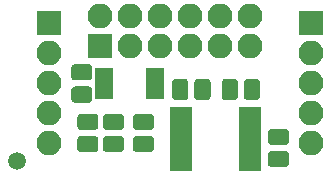
<source format=gbr>
G04 #@! TF.GenerationSoftware,KiCad,Pcbnew,5.0.0*
G04 #@! TF.CreationDate,2018-11-11T13:40:21-05:00*
G04 #@! TF.ProjectId,Pi-I2C-Level-Shifter,50692D4932432D4C6576656C2D536869,rev?*
G04 #@! TF.SameCoordinates,Original*
G04 #@! TF.FileFunction,Soldermask,Top*
G04 #@! TF.FilePolarity,Negative*
%FSLAX46Y46*%
G04 Gerber Fmt 4.6, Leading zero omitted, Abs format (unit mm)*
G04 Created by KiCad (PCBNEW 5.0.0) date Sun Nov 11 13:40:21 2018*
%MOMM*%
%LPD*%
G01*
G04 APERTURE LIST*
%ADD10R,2.100000X2.100000*%
%ADD11O,2.100000X2.100000*%
%ADD12R,1.900000X0.850000*%
%ADD13C,0.100000*%
%ADD14C,1.375000*%
%ADD15R,1.500000X0.800000*%
%ADD16C,1.500000*%
G04 APERTURE END LIST*
D10*
G04 #@! TO.C,J2*
X187198000Y-83185000D03*
D11*
X187198000Y-80645000D03*
X189738000Y-83185000D03*
X189738000Y-80645000D03*
X192278000Y-83185000D03*
X192278000Y-80645000D03*
X194818000Y-83185000D03*
X194818000Y-80645000D03*
X197358000Y-83185000D03*
X197358000Y-80645000D03*
X199898000Y-83185000D03*
X199898000Y-80645000D03*
G04 #@! TD*
D12*
G04 #@! TO.C,U2*
X194027000Y-88784000D03*
X194027000Y-89434000D03*
X194027000Y-90084000D03*
X194027000Y-90734000D03*
X194027000Y-91384000D03*
X194027000Y-92034000D03*
X194027000Y-92684000D03*
X194027000Y-93334000D03*
X199927000Y-93334000D03*
X199927000Y-92684000D03*
X199927000Y-92034000D03*
X199927000Y-91384000D03*
X199927000Y-90734000D03*
X199927000Y-90084000D03*
X199927000Y-89434000D03*
X199927000Y-88784000D03*
G04 #@! TD*
D13*
G04 #@! TO.C,C3*
G36*
X200450943Y-85969655D02*
X200484312Y-85974605D01*
X200517035Y-85982802D01*
X200548797Y-85994166D01*
X200579293Y-86008590D01*
X200608227Y-86025932D01*
X200635323Y-86046028D01*
X200660318Y-86068682D01*
X200682972Y-86093677D01*
X200703068Y-86120773D01*
X200720410Y-86149707D01*
X200734834Y-86180203D01*
X200746198Y-86211965D01*
X200754395Y-86244688D01*
X200759345Y-86278057D01*
X200761000Y-86311750D01*
X200761000Y-87424250D01*
X200759345Y-87457943D01*
X200754395Y-87491312D01*
X200746198Y-87524035D01*
X200734834Y-87555797D01*
X200720410Y-87586293D01*
X200703068Y-87615227D01*
X200682972Y-87642323D01*
X200660318Y-87667318D01*
X200635323Y-87689972D01*
X200608227Y-87710068D01*
X200579293Y-87727410D01*
X200548797Y-87741834D01*
X200517035Y-87753198D01*
X200484312Y-87761395D01*
X200450943Y-87766345D01*
X200417250Y-87768000D01*
X199729750Y-87768000D01*
X199696057Y-87766345D01*
X199662688Y-87761395D01*
X199629965Y-87753198D01*
X199598203Y-87741834D01*
X199567707Y-87727410D01*
X199538773Y-87710068D01*
X199511677Y-87689972D01*
X199486682Y-87667318D01*
X199464028Y-87642323D01*
X199443932Y-87615227D01*
X199426590Y-87586293D01*
X199412166Y-87555797D01*
X199400802Y-87524035D01*
X199392605Y-87491312D01*
X199387655Y-87457943D01*
X199386000Y-87424250D01*
X199386000Y-86311750D01*
X199387655Y-86278057D01*
X199392605Y-86244688D01*
X199400802Y-86211965D01*
X199412166Y-86180203D01*
X199426590Y-86149707D01*
X199443932Y-86120773D01*
X199464028Y-86093677D01*
X199486682Y-86068682D01*
X199511677Y-86046028D01*
X199538773Y-86025932D01*
X199567707Y-86008590D01*
X199598203Y-85994166D01*
X199629965Y-85982802D01*
X199662688Y-85974605D01*
X199696057Y-85969655D01*
X199729750Y-85968000D01*
X200417250Y-85968000D01*
X200450943Y-85969655D01*
X200450943Y-85969655D01*
G37*
D14*
X200073500Y-86868000D03*
D13*
G36*
X198575943Y-85969655D02*
X198609312Y-85974605D01*
X198642035Y-85982802D01*
X198673797Y-85994166D01*
X198704293Y-86008590D01*
X198733227Y-86025932D01*
X198760323Y-86046028D01*
X198785318Y-86068682D01*
X198807972Y-86093677D01*
X198828068Y-86120773D01*
X198845410Y-86149707D01*
X198859834Y-86180203D01*
X198871198Y-86211965D01*
X198879395Y-86244688D01*
X198884345Y-86278057D01*
X198886000Y-86311750D01*
X198886000Y-87424250D01*
X198884345Y-87457943D01*
X198879395Y-87491312D01*
X198871198Y-87524035D01*
X198859834Y-87555797D01*
X198845410Y-87586293D01*
X198828068Y-87615227D01*
X198807972Y-87642323D01*
X198785318Y-87667318D01*
X198760323Y-87689972D01*
X198733227Y-87710068D01*
X198704293Y-87727410D01*
X198673797Y-87741834D01*
X198642035Y-87753198D01*
X198609312Y-87761395D01*
X198575943Y-87766345D01*
X198542250Y-87768000D01*
X197854750Y-87768000D01*
X197821057Y-87766345D01*
X197787688Y-87761395D01*
X197754965Y-87753198D01*
X197723203Y-87741834D01*
X197692707Y-87727410D01*
X197663773Y-87710068D01*
X197636677Y-87689972D01*
X197611682Y-87667318D01*
X197589028Y-87642323D01*
X197568932Y-87615227D01*
X197551590Y-87586293D01*
X197537166Y-87555797D01*
X197525802Y-87524035D01*
X197517605Y-87491312D01*
X197512655Y-87457943D01*
X197511000Y-87424250D01*
X197511000Y-86311750D01*
X197512655Y-86278057D01*
X197517605Y-86244688D01*
X197525802Y-86211965D01*
X197537166Y-86180203D01*
X197551590Y-86149707D01*
X197568932Y-86120773D01*
X197589028Y-86093677D01*
X197611682Y-86068682D01*
X197636677Y-86046028D01*
X197663773Y-86025932D01*
X197692707Y-86008590D01*
X197723203Y-85994166D01*
X197754965Y-85982802D01*
X197787688Y-85974605D01*
X197821057Y-85969655D01*
X197854750Y-85968000D01*
X198542250Y-85968000D01*
X198575943Y-85969655D01*
X198575943Y-85969655D01*
G37*
D14*
X198198500Y-86868000D03*
G04 #@! TD*
D13*
G04 #@! TO.C,R4*
G36*
X202900943Y-92072655D02*
X202934312Y-92077605D01*
X202967035Y-92085802D01*
X202998797Y-92097166D01*
X203029293Y-92111590D01*
X203058227Y-92128932D01*
X203085323Y-92149028D01*
X203110318Y-92171682D01*
X203132972Y-92196677D01*
X203153068Y-92223773D01*
X203170410Y-92252707D01*
X203184834Y-92283203D01*
X203196198Y-92314965D01*
X203204395Y-92347688D01*
X203209345Y-92381057D01*
X203211000Y-92414750D01*
X203211000Y-93102250D01*
X203209345Y-93135943D01*
X203204395Y-93169312D01*
X203196198Y-93202035D01*
X203184834Y-93233797D01*
X203170410Y-93264293D01*
X203153068Y-93293227D01*
X203132972Y-93320323D01*
X203110318Y-93345318D01*
X203085323Y-93367972D01*
X203058227Y-93388068D01*
X203029293Y-93405410D01*
X202998797Y-93419834D01*
X202967035Y-93431198D01*
X202934312Y-93439395D01*
X202900943Y-93444345D01*
X202867250Y-93446000D01*
X201754750Y-93446000D01*
X201721057Y-93444345D01*
X201687688Y-93439395D01*
X201654965Y-93431198D01*
X201623203Y-93419834D01*
X201592707Y-93405410D01*
X201563773Y-93388068D01*
X201536677Y-93367972D01*
X201511682Y-93345318D01*
X201489028Y-93320323D01*
X201468932Y-93293227D01*
X201451590Y-93264293D01*
X201437166Y-93233797D01*
X201425802Y-93202035D01*
X201417605Y-93169312D01*
X201412655Y-93135943D01*
X201411000Y-93102250D01*
X201411000Y-92414750D01*
X201412655Y-92381057D01*
X201417605Y-92347688D01*
X201425802Y-92314965D01*
X201437166Y-92283203D01*
X201451590Y-92252707D01*
X201468932Y-92223773D01*
X201489028Y-92196677D01*
X201511682Y-92171682D01*
X201536677Y-92149028D01*
X201563773Y-92128932D01*
X201592707Y-92111590D01*
X201623203Y-92097166D01*
X201654965Y-92085802D01*
X201687688Y-92077605D01*
X201721057Y-92072655D01*
X201754750Y-92071000D01*
X202867250Y-92071000D01*
X202900943Y-92072655D01*
X202900943Y-92072655D01*
G37*
D14*
X202311000Y-92758500D03*
D13*
G36*
X202900943Y-90197655D02*
X202934312Y-90202605D01*
X202967035Y-90210802D01*
X202998797Y-90222166D01*
X203029293Y-90236590D01*
X203058227Y-90253932D01*
X203085323Y-90274028D01*
X203110318Y-90296682D01*
X203132972Y-90321677D01*
X203153068Y-90348773D01*
X203170410Y-90377707D01*
X203184834Y-90408203D01*
X203196198Y-90439965D01*
X203204395Y-90472688D01*
X203209345Y-90506057D01*
X203211000Y-90539750D01*
X203211000Y-91227250D01*
X203209345Y-91260943D01*
X203204395Y-91294312D01*
X203196198Y-91327035D01*
X203184834Y-91358797D01*
X203170410Y-91389293D01*
X203153068Y-91418227D01*
X203132972Y-91445323D01*
X203110318Y-91470318D01*
X203085323Y-91492972D01*
X203058227Y-91513068D01*
X203029293Y-91530410D01*
X202998797Y-91544834D01*
X202967035Y-91556198D01*
X202934312Y-91564395D01*
X202900943Y-91569345D01*
X202867250Y-91571000D01*
X201754750Y-91571000D01*
X201721057Y-91569345D01*
X201687688Y-91564395D01*
X201654965Y-91556198D01*
X201623203Y-91544834D01*
X201592707Y-91530410D01*
X201563773Y-91513068D01*
X201536677Y-91492972D01*
X201511682Y-91470318D01*
X201489028Y-91445323D01*
X201468932Y-91418227D01*
X201451590Y-91389293D01*
X201437166Y-91358797D01*
X201425802Y-91327035D01*
X201417605Y-91294312D01*
X201412655Y-91260943D01*
X201411000Y-91227250D01*
X201411000Y-90539750D01*
X201412655Y-90506057D01*
X201417605Y-90472688D01*
X201425802Y-90439965D01*
X201437166Y-90408203D01*
X201451590Y-90377707D01*
X201468932Y-90348773D01*
X201489028Y-90321677D01*
X201511682Y-90296682D01*
X201536677Y-90274028D01*
X201563773Y-90253932D01*
X201592707Y-90236590D01*
X201623203Y-90222166D01*
X201654965Y-90210802D01*
X201687688Y-90202605D01*
X201721057Y-90197655D01*
X201754750Y-90196000D01*
X202867250Y-90196000D01*
X202900943Y-90197655D01*
X202900943Y-90197655D01*
G37*
D14*
X202311000Y-90883500D03*
G04 #@! TD*
D13*
G04 #@! TO.C,C2*
G36*
X194384943Y-85969655D02*
X194418312Y-85974605D01*
X194451035Y-85982802D01*
X194482797Y-85994166D01*
X194513293Y-86008590D01*
X194542227Y-86025932D01*
X194569323Y-86046028D01*
X194594318Y-86068682D01*
X194616972Y-86093677D01*
X194637068Y-86120773D01*
X194654410Y-86149707D01*
X194668834Y-86180203D01*
X194680198Y-86211965D01*
X194688395Y-86244688D01*
X194693345Y-86278057D01*
X194695000Y-86311750D01*
X194695000Y-87424250D01*
X194693345Y-87457943D01*
X194688395Y-87491312D01*
X194680198Y-87524035D01*
X194668834Y-87555797D01*
X194654410Y-87586293D01*
X194637068Y-87615227D01*
X194616972Y-87642323D01*
X194594318Y-87667318D01*
X194569323Y-87689972D01*
X194542227Y-87710068D01*
X194513293Y-87727410D01*
X194482797Y-87741834D01*
X194451035Y-87753198D01*
X194418312Y-87761395D01*
X194384943Y-87766345D01*
X194351250Y-87768000D01*
X193663750Y-87768000D01*
X193630057Y-87766345D01*
X193596688Y-87761395D01*
X193563965Y-87753198D01*
X193532203Y-87741834D01*
X193501707Y-87727410D01*
X193472773Y-87710068D01*
X193445677Y-87689972D01*
X193420682Y-87667318D01*
X193398028Y-87642323D01*
X193377932Y-87615227D01*
X193360590Y-87586293D01*
X193346166Y-87555797D01*
X193334802Y-87524035D01*
X193326605Y-87491312D01*
X193321655Y-87457943D01*
X193320000Y-87424250D01*
X193320000Y-86311750D01*
X193321655Y-86278057D01*
X193326605Y-86244688D01*
X193334802Y-86211965D01*
X193346166Y-86180203D01*
X193360590Y-86149707D01*
X193377932Y-86120773D01*
X193398028Y-86093677D01*
X193420682Y-86068682D01*
X193445677Y-86046028D01*
X193472773Y-86025932D01*
X193501707Y-86008590D01*
X193532203Y-85994166D01*
X193563965Y-85982802D01*
X193596688Y-85974605D01*
X193630057Y-85969655D01*
X193663750Y-85968000D01*
X194351250Y-85968000D01*
X194384943Y-85969655D01*
X194384943Y-85969655D01*
G37*
D14*
X194007500Y-86868000D03*
D13*
G36*
X196259943Y-85969655D02*
X196293312Y-85974605D01*
X196326035Y-85982802D01*
X196357797Y-85994166D01*
X196388293Y-86008590D01*
X196417227Y-86025932D01*
X196444323Y-86046028D01*
X196469318Y-86068682D01*
X196491972Y-86093677D01*
X196512068Y-86120773D01*
X196529410Y-86149707D01*
X196543834Y-86180203D01*
X196555198Y-86211965D01*
X196563395Y-86244688D01*
X196568345Y-86278057D01*
X196570000Y-86311750D01*
X196570000Y-87424250D01*
X196568345Y-87457943D01*
X196563395Y-87491312D01*
X196555198Y-87524035D01*
X196543834Y-87555797D01*
X196529410Y-87586293D01*
X196512068Y-87615227D01*
X196491972Y-87642323D01*
X196469318Y-87667318D01*
X196444323Y-87689972D01*
X196417227Y-87710068D01*
X196388293Y-87727410D01*
X196357797Y-87741834D01*
X196326035Y-87753198D01*
X196293312Y-87761395D01*
X196259943Y-87766345D01*
X196226250Y-87768000D01*
X195538750Y-87768000D01*
X195505057Y-87766345D01*
X195471688Y-87761395D01*
X195438965Y-87753198D01*
X195407203Y-87741834D01*
X195376707Y-87727410D01*
X195347773Y-87710068D01*
X195320677Y-87689972D01*
X195295682Y-87667318D01*
X195273028Y-87642323D01*
X195252932Y-87615227D01*
X195235590Y-87586293D01*
X195221166Y-87555797D01*
X195209802Y-87524035D01*
X195201605Y-87491312D01*
X195196655Y-87457943D01*
X195195000Y-87424250D01*
X195195000Y-86311750D01*
X195196655Y-86278057D01*
X195201605Y-86244688D01*
X195209802Y-86211965D01*
X195221166Y-86180203D01*
X195235590Y-86149707D01*
X195252932Y-86120773D01*
X195273028Y-86093677D01*
X195295682Y-86068682D01*
X195320677Y-86046028D01*
X195347773Y-86025932D01*
X195376707Y-86008590D01*
X195407203Y-85994166D01*
X195438965Y-85982802D01*
X195471688Y-85974605D01*
X195505057Y-85969655D01*
X195538750Y-85968000D01*
X196226250Y-85968000D01*
X196259943Y-85969655D01*
X196259943Y-85969655D01*
G37*
D14*
X195882500Y-86868000D03*
G04 #@! TD*
D15*
G04 #@! TO.C,U1*
X187588000Y-85385000D03*
X187588000Y-86035000D03*
X187588000Y-86685000D03*
X187588000Y-87335000D03*
X191888000Y-87335000D03*
X191888000Y-86685000D03*
X191888000Y-86035000D03*
X191888000Y-85385000D03*
G04 #@! TD*
D13*
G04 #@! TO.C,R3*
G36*
X191470943Y-90802655D02*
X191504312Y-90807605D01*
X191537035Y-90815802D01*
X191568797Y-90827166D01*
X191599293Y-90841590D01*
X191628227Y-90858932D01*
X191655323Y-90879028D01*
X191680318Y-90901682D01*
X191702972Y-90926677D01*
X191723068Y-90953773D01*
X191740410Y-90982707D01*
X191754834Y-91013203D01*
X191766198Y-91044965D01*
X191774395Y-91077688D01*
X191779345Y-91111057D01*
X191781000Y-91144750D01*
X191781000Y-91832250D01*
X191779345Y-91865943D01*
X191774395Y-91899312D01*
X191766198Y-91932035D01*
X191754834Y-91963797D01*
X191740410Y-91994293D01*
X191723068Y-92023227D01*
X191702972Y-92050323D01*
X191680318Y-92075318D01*
X191655323Y-92097972D01*
X191628227Y-92118068D01*
X191599293Y-92135410D01*
X191568797Y-92149834D01*
X191537035Y-92161198D01*
X191504312Y-92169395D01*
X191470943Y-92174345D01*
X191437250Y-92176000D01*
X190324750Y-92176000D01*
X190291057Y-92174345D01*
X190257688Y-92169395D01*
X190224965Y-92161198D01*
X190193203Y-92149834D01*
X190162707Y-92135410D01*
X190133773Y-92118068D01*
X190106677Y-92097972D01*
X190081682Y-92075318D01*
X190059028Y-92050323D01*
X190038932Y-92023227D01*
X190021590Y-91994293D01*
X190007166Y-91963797D01*
X189995802Y-91932035D01*
X189987605Y-91899312D01*
X189982655Y-91865943D01*
X189981000Y-91832250D01*
X189981000Y-91144750D01*
X189982655Y-91111057D01*
X189987605Y-91077688D01*
X189995802Y-91044965D01*
X190007166Y-91013203D01*
X190021590Y-90982707D01*
X190038932Y-90953773D01*
X190059028Y-90926677D01*
X190081682Y-90901682D01*
X190106677Y-90879028D01*
X190133773Y-90858932D01*
X190162707Y-90841590D01*
X190193203Y-90827166D01*
X190224965Y-90815802D01*
X190257688Y-90807605D01*
X190291057Y-90802655D01*
X190324750Y-90801000D01*
X191437250Y-90801000D01*
X191470943Y-90802655D01*
X191470943Y-90802655D01*
G37*
D14*
X190881000Y-91488500D03*
D13*
G36*
X191470943Y-88927655D02*
X191504312Y-88932605D01*
X191537035Y-88940802D01*
X191568797Y-88952166D01*
X191599293Y-88966590D01*
X191628227Y-88983932D01*
X191655323Y-89004028D01*
X191680318Y-89026682D01*
X191702972Y-89051677D01*
X191723068Y-89078773D01*
X191740410Y-89107707D01*
X191754834Y-89138203D01*
X191766198Y-89169965D01*
X191774395Y-89202688D01*
X191779345Y-89236057D01*
X191781000Y-89269750D01*
X191781000Y-89957250D01*
X191779345Y-89990943D01*
X191774395Y-90024312D01*
X191766198Y-90057035D01*
X191754834Y-90088797D01*
X191740410Y-90119293D01*
X191723068Y-90148227D01*
X191702972Y-90175323D01*
X191680318Y-90200318D01*
X191655323Y-90222972D01*
X191628227Y-90243068D01*
X191599293Y-90260410D01*
X191568797Y-90274834D01*
X191537035Y-90286198D01*
X191504312Y-90294395D01*
X191470943Y-90299345D01*
X191437250Y-90301000D01*
X190324750Y-90301000D01*
X190291057Y-90299345D01*
X190257688Y-90294395D01*
X190224965Y-90286198D01*
X190193203Y-90274834D01*
X190162707Y-90260410D01*
X190133773Y-90243068D01*
X190106677Y-90222972D01*
X190081682Y-90200318D01*
X190059028Y-90175323D01*
X190038932Y-90148227D01*
X190021590Y-90119293D01*
X190007166Y-90088797D01*
X189995802Y-90057035D01*
X189987605Y-90024312D01*
X189982655Y-89990943D01*
X189981000Y-89957250D01*
X189981000Y-89269750D01*
X189982655Y-89236057D01*
X189987605Y-89202688D01*
X189995802Y-89169965D01*
X190007166Y-89138203D01*
X190021590Y-89107707D01*
X190038932Y-89078773D01*
X190059028Y-89051677D01*
X190081682Y-89026682D01*
X190106677Y-89004028D01*
X190133773Y-88983932D01*
X190162707Y-88966590D01*
X190193203Y-88952166D01*
X190224965Y-88940802D01*
X190257688Y-88932605D01*
X190291057Y-88927655D01*
X190324750Y-88926000D01*
X191437250Y-88926000D01*
X191470943Y-88927655D01*
X191470943Y-88927655D01*
G37*
D14*
X190881000Y-89613500D03*
G04 #@! TD*
D10*
G04 #@! TO.C,J4*
X205105000Y-81280000D03*
D11*
X205105000Y-83820000D03*
X205105000Y-86360000D03*
X205105000Y-88900000D03*
X205105000Y-91440000D03*
G04 #@! TD*
D10*
G04 #@! TO.C,J1*
X182880000Y-81280000D03*
D11*
X182880000Y-83820000D03*
X182880000Y-86360000D03*
X182880000Y-88900000D03*
X182880000Y-91440000D03*
G04 #@! TD*
D13*
G04 #@! TO.C,C1*
G36*
X186263943Y-86611655D02*
X186297312Y-86616605D01*
X186330035Y-86624802D01*
X186361797Y-86636166D01*
X186392293Y-86650590D01*
X186421227Y-86667932D01*
X186448323Y-86688028D01*
X186473318Y-86710682D01*
X186495972Y-86735677D01*
X186516068Y-86762773D01*
X186533410Y-86791707D01*
X186547834Y-86822203D01*
X186559198Y-86853965D01*
X186567395Y-86886688D01*
X186572345Y-86920057D01*
X186574000Y-86953750D01*
X186574000Y-87641250D01*
X186572345Y-87674943D01*
X186567395Y-87708312D01*
X186559198Y-87741035D01*
X186547834Y-87772797D01*
X186533410Y-87803293D01*
X186516068Y-87832227D01*
X186495972Y-87859323D01*
X186473318Y-87884318D01*
X186448323Y-87906972D01*
X186421227Y-87927068D01*
X186392293Y-87944410D01*
X186361797Y-87958834D01*
X186330035Y-87970198D01*
X186297312Y-87978395D01*
X186263943Y-87983345D01*
X186230250Y-87985000D01*
X185117750Y-87985000D01*
X185084057Y-87983345D01*
X185050688Y-87978395D01*
X185017965Y-87970198D01*
X184986203Y-87958834D01*
X184955707Y-87944410D01*
X184926773Y-87927068D01*
X184899677Y-87906972D01*
X184874682Y-87884318D01*
X184852028Y-87859323D01*
X184831932Y-87832227D01*
X184814590Y-87803293D01*
X184800166Y-87772797D01*
X184788802Y-87741035D01*
X184780605Y-87708312D01*
X184775655Y-87674943D01*
X184774000Y-87641250D01*
X184774000Y-86953750D01*
X184775655Y-86920057D01*
X184780605Y-86886688D01*
X184788802Y-86853965D01*
X184800166Y-86822203D01*
X184814590Y-86791707D01*
X184831932Y-86762773D01*
X184852028Y-86735677D01*
X184874682Y-86710682D01*
X184899677Y-86688028D01*
X184926773Y-86667932D01*
X184955707Y-86650590D01*
X184986203Y-86636166D01*
X185017965Y-86624802D01*
X185050688Y-86616605D01*
X185084057Y-86611655D01*
X185117750Y-86610000D01*
X186230250Y-86610000D01*
X186263943Y-86611655D01*
X186263943Y-86611655D01*
G37*
D14*
X185674000Y-87297500D03*
D13*
G36*
X186263943Y-84736655D02*
X186297312Y-84741605D01*
X186330035Y-84749802D01*
X186361797Y-84761166D01*
X186392293Y-84775590D01*
X186421227Y-84792932D01*
X186448323Y-84813028D01*
X186473318Y-84835682D01*
X186495972Y-84860677D01*
X186516068Y-84887773D01*
X186533410Y-84916707D01*
X186547834Y-84947203D01*
X186559198Y-84978965D01*
X186567395Y-85011688D01*
X186572345Y-85045057D01*
X186574000Y-85078750D01*
X186574000Y-85766250D01*
X186572345Y-85799943D01*
X186567395Y-85833312D01*
X186559198Y-85866035D01*
X186547834Y-85897797D01*
X186533410Y-85928293D01*
X186516068Y-85957227D01*
X186495972Y-85984323D01*
X186473318Y-86009318D01*
X186448323Y-86031972D01*
X186421227Y-86052068D01*
X186392293Y-86069410D01*
X186361797Y-86083834D01*
X186330035Y-86095198D01*
X186297312Y-86103395D01*
X186263943Y-86108345D01*
X186230250Y-86110000D01*
X185117750Y-86110000D01*
X185084057Y-86108345D01*
X185050688Y-86103395D01*
X185017965Y-86095198D01*
X184986203Y-86083834D01*
X184955707Y-86069410D01*
X184926773Y-86052068D01*
X184899677Y-86031972D01*
X184874682Y-86009318D01*
X184852028Y-85984323D01*
X184831932Y-85957227D01*
X184814590Y-85928293D01*
X184800166Y-85897797D01*
X184788802Y-85866035D01*
X184780605Y-85833312D01*
X184775655Y-85799943D01*
X184774000Y-85766250D01*
X184774000Y-85078750D01*
X184775655Y-85045057D01*
X184780605Y-85011688D01*
X184788802Y-84978965D01*
X184800166Y-84947203D01*
X184814590Y-84916707D01*
X184831932Y-84887773D01*
X184852028Y-84860677D01*
X184874682Y-84835682D01*
X184899677Y-84813028D01*
X184926773Y-84792932D01*
X184955707Y-84775590D01*
X184986203Y-84761166D01*
X185017965Y-84749802D01*
X185050688Y-84741605D01*
X185084057Y-84736655D01*
X185117750Y-84735000D01*
X186230250Y-84735000D01*
X186263943Y-84736655D01*
X186263943Y-84736655D01*
G37*
D14*
X185674000Y-85422500D03*
G04 #@! TD*
D13*
G04 #@! TO.C,R2*
G36*
X188930943Y-88927655D02*
X188964312Y-88932605D01*
X188997035Y-88940802D01*
X189028797Y-88952166D01*
X189059293Y-88966590D01*
X189088227Y-88983932D01*
X189115323Y-89004028D01*
X189140318Y-89026682D01*
X189162972Y-89051677D01*
X189183068Y-89078773D01*
X189200410Y-89107707D01*
X189214834Y-89138203D01*
X189226198Y-89169965D01*
X189234395Y-89202688D01*
X189239345Y-89236057D01*
X189241000Y-89269750D01*
X189241000Y-89957250D01*
X189239345Y-89990943D01*
X189234395Y-90024312D01*
X189226198Y-90057035D01*
X189214834Y-90088797D01*
X189200410Y-90119293D01*
X189183068Y-90148227D01*
X189162972Y-90175323D01*
X189140318Y-90200318D01*
X189115323Y-90222972D01*
X189088227Y-90243068D01*
X189059293Y-90260410D01*
X189028797Y-90274834D01*
X188997035Y-90286198D01*
X188964312Y-90294395D01*
X188930943Y-90299345D01*
X188897250Y-90301000D01*
X187784750Y-90301000D01*
X187751057Y-90299345D01*
X187717688Y-90294395D01*
X187684965Y-90286198D01*
X187653203Y-90274834D01*
X187622707Y-90260410D01*
X187593773Y-90243068D01*
X187566677Y-90222972D01*
X187541682Y-90200318D01*
X187519028Y-90175323D01*
X187498932Y-90148227D01*
X187481590Y-90119293D01*
X187467166Y-90088797D01*
X187455802Y-90057035D01*
X187447605Y-90024312D01*
X187442655Y-89990943D01*
X187441000Y-89957250D01*
X187441000Y-89269750D01*
X187442655Y-89236057D01*
X187447605Y-89202688D01*
X187455802Y-89169965D01*
X187467166Y-89138203D01*
X187481590Y-89107707D01*
X187498932Y-89078773D01*
X187519028Y-89051677D01*
X187541682Y-89026682D01*
X187566677Y-89004028D01*
X187593773Y-88983932D01*
X187622707Y-88966590D01*
X187653203Y-88952166D01*
X187684965Y-88940802D01*
X187717688Y-88932605D01*
X187751057Y-88927655D01*
X187784750Y-88926000D01*
X188897250Y-88926000D01*
X188930943Y-88927655D01*
X188930943Y-88927655D01*
G37*
D14*
X188341000Y-89613500D03*
D13*
G36*
X188930943Y-90802655D02*
X188964312Y-90807605D01*
X188997035Y-90815802D01*
X189028797Y-90827166D01*
X189059293Y-90841590D01*
X189088227Y-90858932D01*
X189115323Y-90879028D01*
X189140318Y-90901682D01*
X189162972Y-90926677D01*
X189183068Y-90953773D01*
X189200410Y-90982707D01*
X189214834Y-91013203D01*
X189226198Y-91044965D01*
X189234395Y-91077688D01*
X189239345Y-91111057D01*
X189241000Y-91144750D01*
X189241000Y-91832250D01*
X189239345Y-91865943D01*
X189234395Y-91899312D01*
X189226198Y-91932035D01*
X189214834Y-91963797D01*
X189200410Y-91994293D01*
X189183068Y-92023227D01*
X189162972Y-92050323D01*
X189140318Y-92075318D01*
X189115323Y-92097972D01*
X189088227Y-92118068D01*
X189059293Y-92135410D01*
X189028797Y-92149834D01*
X188997035Y-92161198D01*
X188964312Y-92169395D01*
X188930943Y-92174345D01*
X188897250Y-92176000D01*
X187784750Y-92176000D01*
X187751057Y-92174345D01*
X187717688Y-92169395D01*
X187684965Y-92161198D01*
X187653203Y-92149834D01*
X187622707Y-92135410D01*
X187593773Y-92118068D01*
X187566677Y-92097972D01*
X187541682Y-92075318D01*
X187519028Y-92050323D01*
X187498932Y-92023227D01*
X187481590Y-91994293D01*
X187467166Y-91963797D01*
X187455802Y-91932035D01*
X187447605Y-91899312D01*
X187442655Y-91865943D01*
X187441000Y-91832250D01*
X187441000Y-91144750D01*
X187442655Y-91111057D01*
X187447605Y-91077688D01*
X187455802Y-91044965D01*
X187467166Y-91013203D01*
X187481590Y-90982707D01*
X187498932Y-90953773D01*
X187519028Y-90926677D01*
X187541682Y-90901682D01*
X187566677Y-90879028D01*
X187593773Y-90858932D01*
X187622707Y-90841590D01*
X187653203Y-90827166D01*
X187684965Y-90815802D01*
X187717688Y-90807605D01*
X187751057Y-90802655D01*
X187784750Y-90801000D01*
X188897250Y-90801000D01*
X188930943Y-90802655D01*
X188930943Y-90802655D01*
G37*
D14*
X188341000Y-91488500D03*
G04 #@! TD*
D13*
G04 #@! TO.C,R1*
G36*
X186771943Y-90802655D02*
X186805312Y-90807605D01*
X186838035Y-90815802D01*
X186869797Y-90827166D01*
X186900293Y-90841590D01*
X186929227Y-90858932D01*
X186956323Y-90879028D01*
X186981318Y-90901682D01*
X187003972Y-90926677D01*
X187024068Y-90953773D01*
X187041410Y-90982707D01*
X187055834Y-91013203D01*
X187067198Y-91044965D01*
X187075395Y-91077688D01*
X187080345Y-91111057D01*
X187082000Y-91144750D01*
X187082000Y-91832250D01*
X187080345Y-91865943D01*
X187075395Y-91899312D01*
X187067198Y-91932035D01*
X187055834Y-91963797D01*
X187041410Y-91994293D01*
X187024068Y-92023227D01*
X187003972Y-92050323D01*
X186981318Y-92075318D01*
X186956323Y-92097972D01*
X186929227Y-92118068D01*
X186900293Y-92135410D01*
X186869797Y-92149834D01*
X186838035Y-92161198D01*
X186805312Y-92169395D01*
X186771943Y-92174345D01*
X186738250Y-92176000D01*
X185625750Y-92176000D01*
X185592057Y-92174345D01*
X185558688Y-92169395D01*
X185525965Y-92161198D01*
X185494203Y-92149834D01*
X185463707Y-92135410D01*
X185434773Y-92118068D01*
X185407677Y-92097972D01*
X185382682Y-92075318D01*
X185360028Y-92050323D01*
X185339932Y-92023227D01*
X185322590Y-91994293D01*
X185308166Y-91963797D01*
X185296802Y-91932035D01*
X185288605Y-91899312D01*
X185283655Y-91865943D01*
X185282000Y-91832250D01*
X185282000Y-91144750D01*
X185283655Y-91111057D01*
X185288605Y-91077688D01*
X185296802Y-91044965D01*
X185308166Y-91013203D01*
X185322590Y-90982707D01*
X185339932Y-90953773D01*
X185360028Y-90926677D01*
X185382682Y-90901682D01*
X185407677Y-90879028D01*
X185434773Y-90858932D01*
X185463707Y-90841590D01*
X185494203Y-90827166D01*
X185525965Y-90815802D01*
X185558688Y-90807605D01*
X185592057Y-90802655D01*
X185625750Y-90801000D01*
X186738250Y-90801000D01*
X186771943Y-90802655D01*
X186771943Y-90802655D01*
G37*
D14*
X186182000Y-91488500D03*
D13*
G36*
X186771943Y-88927655D02*
X186805312Y-88932605D01*
X186838035Y-88940802D01*
X186869797Y-88952166D01*
X186900293Y-88966590D01*
X186929227Y-88983932D01*
X186956323Y-89004028D01*
X186981318Y-89026682D01*
X187003972Y-89051677D01*
X187024068Y-89078773D01*
X187041410Y-89107707D01*
X187055834Y-89138203D01*
X187067198Y-89169965D01*
X187075395Y-89202688D01*
X187080345Y-89236057D01*
X187082000Y-89269750D01*
X187082000Y-89957250D01*
X187080345Y-89990943D01*
X187075395Y-90024312D01*
X187067198Y-90057035D01*
X187055834Y-90088797D01*
X187041410Y-90119293D01*
X187024068Y-90148227D01*
X187003972Y-90175323D01*
X186981318Y-90200318D01*
X186956323Y-90222972D01*
X186929227Y-90243068D01*
X186900293Y-90260410D01*
X186869797Y-90274834D01*
X186838035Y-90286198D01*
X186805312Y-90294395D01*
X186771943Y-90299345D01*
X186738250Y-90301000D01*
X185625750Y-90301000D01*
X185592057Y-90299345D01*
X185558688Y-90294395D01*
X185525965Y-90286198D01*
X185494203Y-90274834D01*
X185463707Y-90260410D01*
X185434773Y-90243068D01*
X185407677Y-90222972D01*
X185382682Y-90200318D01*
X185360028Y-90175323D01*
X185339932Y-90148227D01*
X185322590Y-90119293D01*
X185308166Y-90088797D01*
X185296802Y-90057035D01*
X185288605Y-90024312D01*
X185283655Y-89990943D01*
X185282000Y-89957250D01*
X185282000Y-89269750D01*
X185283655Y-89236057D01*
X185288605Y-89202688D01*
X185296802Y-89169965D01*
X185308166Y-89138203D01*
X185322590Y-89107707D01*
X185339932Y-89078773D01*
X185360028Y-89051677D01*
X185382682Y-89026682D01*
X185407677Y-89004028D01*
X185434773Y-88983932D01*
X185463707Y-88966590D01*
X185494203Y-88952166D01*
X185525965Y-88940802D01*
X185558688Y-88932605D01*
X185592057Y-88927655D01*
X185625750Y-88926000D01*
X186738250Y-88926000D01*
X186771943Y-88927655D01*
X186771943Y-88927655D01*
G37*
D14*
X186182000Y-89613500D03*
G04 #@! TD*
D16*
G04 #@! TO.C,REF\002A\002A*
X180162200Y-92913200D03*
G04 #@! TD*
M02*

</source>
